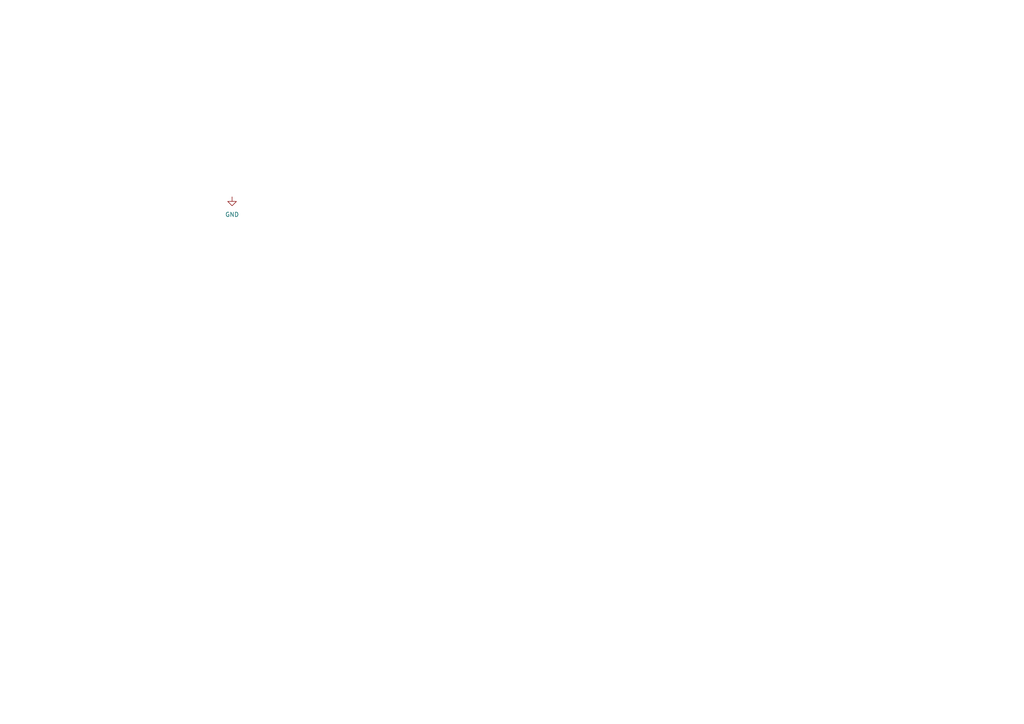
<source format=kicad_sch>
(kicad_sch (version 20250114) (generator "eeschema") (generator_version "9.0")
  (paper "A4")
  (lib_symbols
    (symbol "power:GND" (power) (pin_numbers (hide yes)) (pin_names (offset 0) (hide yes))
      (property "Value" "GND" (at 0 -3.81 0))
      (symbol "GND_0_1"
        (polyline (pts (xy 0 0) (xy 0 -1.27) (xy 1.27 -1.27) (xy 0 -2.54) (xy -1.27 -1.27) (xy 0 -1.27)))
      )
      (symbol "GND_1_1"
        (pin power_in line (at 0 0 270) (length 0) (name "~") (number "1"))
      )
    )
  )
  (symbol (lib_id "power:GND") (at 67.31 57.15 0) (unit 1)
    (property "Reference" "#PWR01" (effects (hide yes)))
    (property "Value" "GND" (at 67.31 62.23 0))
    (property "Description" "Power symbol creates a global label with name \"GND\" , ground" (effects (hide yes)))
  )
)
</source>
